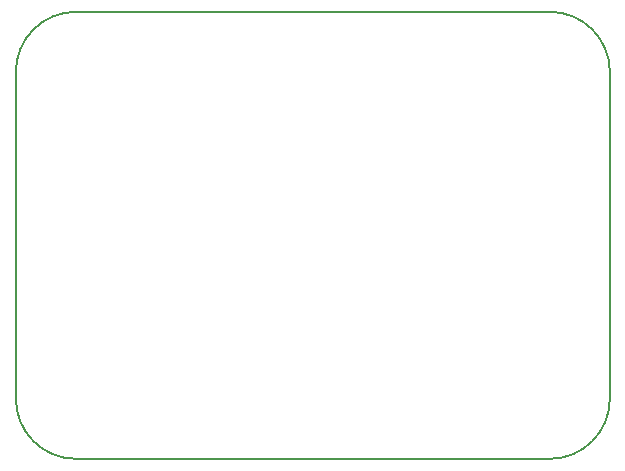
<source format=gbr>
%TF.GenerationSoftware,KiCad,Pcbnew,9.0.1*%
%TF.CreationDate,2025-04-10T15:19:35-04:00*%
%TF.ProjectId,ride-along-module,72696465-2d61-46c6-9f6e-672d6d6f6475,rev?*%
%TF.SameCoordinates,Original*%
%TF.FileFunction,Profile,NP*%
%FSLAX46Y46*%
G04 Gerber Fmt 4.6, Leading zero omitted, Abs format (unit mm)*
G04 Created by KiCad (PCBNEW 9.0.1) date 2025-04-10 15:19:35*
%MOMM*%
%LPD*%
G01*
G04 APERTURE LIST*
%TA.AperFunction,Profile*%
%ADD10C,0.160000*%
%TD*%
G04 APERTURE END LIST*
D10*
X160528000Y-52069998D02*
X120396002Y-52069998D01*
X115316000Y-57150000D02*
G75*
G02*
X120396002Y-52070000I5080000J0D01*
G01*
X115316000Y-57150000D02*
X115316000Y-84836000D01*
X120396002Y-89916002D02*
X160528000Y-89916002D01*
X165608002Y-84836000D02*
X165608002Y-57150000D01*
X160528000Y-52069998D02*
G75*
G02*
X165608002Y-57150000I0J-5080002D01*
G01*
X165608002Y-84836000D02*
G75*
G02*
X160528000Y-89916002I-5080002J0D01*
G01*
X120396002Y-89916002D02*
G75*
G02*
X115315998Y-84836000I-2J5080002D01*
G01*
M02*

</source>
